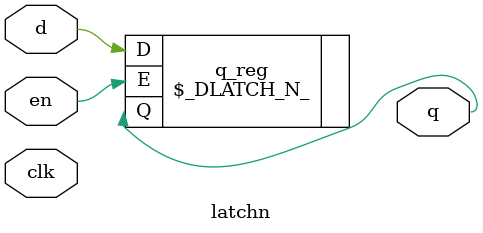
<source format=v>
/* Generated by Yosys 0.62+39 (git sha1 131911291-dirty, g++ 11.4.0-1ubuntu1~22.04.2 -Og -fPIC) */

(* top =  1  *)
(* src = "dut.sv:1.1-5.10" *)
module latchn(d, clk, en, q);
  (* src = "dut.sv:1.23-1.24" *)
  input d;
  wire d;
  (* src = "dut.sv:1.26-1.29" *)
  input clk;
  wire clk;
  (* src = "dut.sv:1.31-1.33" *)
  input en;
  wire en;
  (* src = "dut.sv:1.46-1.47" *)
  output q;
  wire q;
  (* src = "dut.sv:2.2-4.11" *)
  \$_DLATCH_N_  q_reg /* _0_ */ (
    .D(d),
    .E(en),
    .Q(q)
  );
endmodule

</source>
